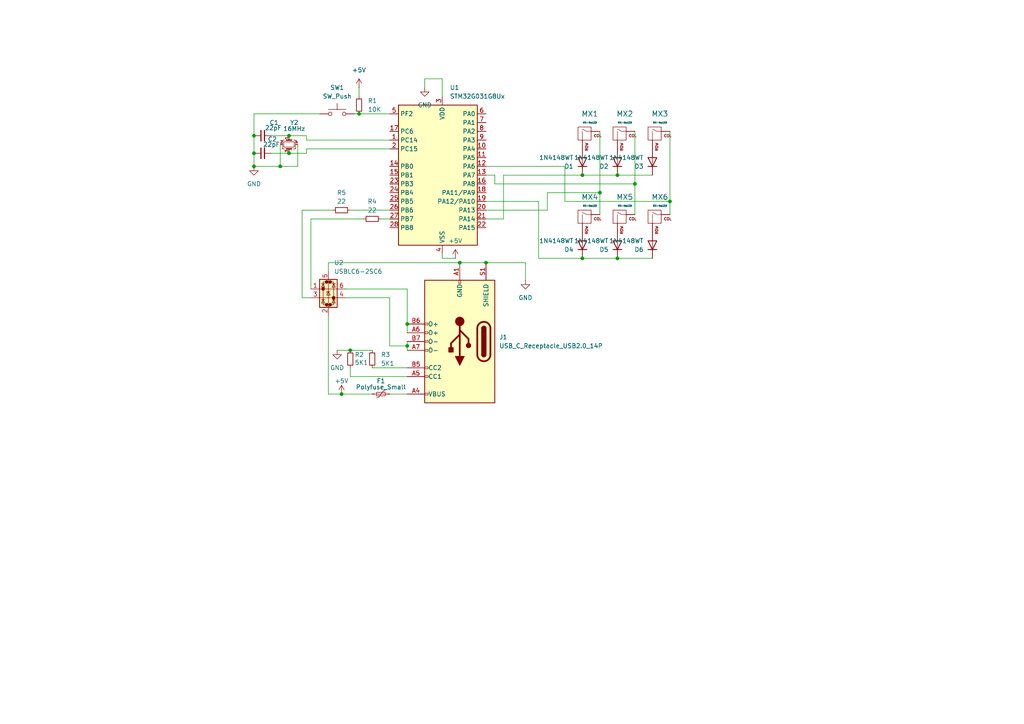
<source format=kicad_sch>
(kicad_sch (version 20231120) (generator "eeschema") (generator_version "8.0")
  (paper "A4")
  (title_block (title "keypad") (date "2024-12-22") (rev "1.0"))
  (lib_symbols
    (symbol "Connector:USB_C_Receptacle_USB2.0_14P" (pin_names (offset 1.016))
      (property "Reference" "J" (at 0 22.225 0))
      (property "Value" "USB_C_Receptacle_USB2.0_14P" (at 0 19.685 0))
      (symbol "USB_C_Receptacle_USB2.0_14P_0_0"
        (rectangle (start -0.254 -17.78) (end 0.254 -16.764))
        (rectangle (start 10.16 -4.826) (end 9.144 -5.334))
        (rectangle (start 10.16 -2.286) (end 9.144 -2.794))
        (rectangle (start 10.16 0.254) (end 9.144 -0.254))
        (rectangle (start 10.16 2.794) (end 9.144 2.286))
        (rectangle (start 10.16 7.874) (end 9.144 7.366))
        (rectangle (start 10.16 10.414) (end 9.144 9.906))
        (rectangle (start 10.16 15.494) (end 9.144 14.986))
      )
      (symbol "USB_C_Receptacle_USB2.0_14P_0_1"
        (rectangle (start -10.16 17.78) (end 10.16 -17.78) (stroke (width 0.254)) (fill (type background)))
        (arc (start -8.89 -3.81) (mid -6.985 -5.7067) (end -5.08 -3.81) (stroke (width 0.508)))
        (arc (start -7.62 -3.81) (mid -6.985 -4.4423) (end -6.35 -3.81) (stroke (width 0.254)))
        (arc (start -7.62 -3.81) (mid -6.985 -4.4423) (end -6.35 -3.81) (stroke (width 0.254)) (fill (type outline)))
        (rectangle (start -7.62 -3.81) (end -6.35 3.81) (stroke (width 0.254)) (fill (type outline)))
        (arc (start -6.35 3.81) (mid -6.985 4.4423) (end -7.62 3.81) (stroke (width 0.254)))
        (arc (start -6.35 3.81) (mid -6.985 4.4423) (end -7.62 3.81) (stroke (width 0.254)) (fill (type outline)))
        (arc (start -5.08 3.81) (mid -6.985 5.7067) (end -8.89 3.81) (stroke (width 0.508)))
        (circle (center -2.54 1.143) (radius 0.635) (stroke (width 0.254)) (fill (type outline)))
        (circle (center 0 -5.842) (radius 1.27) (fill (type outline)))
        (polyline (pts (xy -8.89 -3.81) (xy -8.89 3.81)) (stroke (width 0.508)))
        (polyline (pts (xy -5.08 3.81) (xy -5.08 -3.81)) (stroke (width 0.508)))
        (polyline (pts (xy 0 -5.842) (xy 0 4.318)) (stroke (width 0.508)))
        (polyline (pts (xy 0 -3.302) (xy -2.54 -0.762) (xy -2.54 0.508)) (stroke (width 0.508)))
        (polyline (pts (xy 0 -2.032) (xy 2.54 0.508) (xy 2.54 1.778)) (stroke (width 0.508)))
        (polyline (pts (xy -1.27 4.318) (xy 0 6.858) (xy 1.27 4.318) (xy -1.27 4.318)) (stroke (width 0.254)) (fill (type outline)))
        (rectangle (start 1.905 1.778) (end 3.175 3.048) (stroke (width 0.254)) (fill (type outline)))
      )
      (symbol "USB_C_Receptacle_USB2.0_14P_1_1"
        (pin passive line (at 0 -22.86 90) (length 5.08) (name "GND") (number "A1"))
        (pin passive line (at 0 -22.86 90) (length 5.08) hide (name "GND") (number "A12"))
        (pin passive line (at 15.24 15.24 180) (length 5.08) (name "VBUS") (number "A4"))
        (pin bidirectional line (at 15.24 10.16 180) (length 5.08) (name "CC1") (number "A5"))
        (pin bidirectional line (at 15.24 -2.54 180) (length 5.08) (name "D+") (number "A6"))
        (pin bidirectional line (at 15.24 2.54 180) (length 5.08) (name "D-") (number "A7"))
        (pin passive line (at 15.24 15.24 180) (length 5.08) hide (name "VBUS") (number "A9"))
        (pin passive line (at 0 -22.86 90) (length 5.08) hide (name "GND") (number "B1"))
        (pin passive line (at 0 -22.86 90) (length 5.08) hide (name "GND") (number "B12"))
        (pin passive line (at 15.24 15.24 180) (length 5.08) hide (name "VBUS") (number "B4"))
        (pin bidirectional line (at 15.24 7.62 180) (length 5.08) (name "CC2") (number "B5"))
        (pin bidirectional line (at 15.24 -5.08 180) (length 5.08) (name "D+") (number "B6"))
        (pin bidirectional line (at 15.24 0 180) (length 5.08) (name "D-") (number "B7"))
        (pin passive line (at 15.24 15.24 180) (length 5.08) hide (name "VBUS") (number "B9"))
        (pin passive line (at -7.62 -22.86 90) (length 5.08) (name "SHIELD") (number "S1"))
      )
    )
    (symbol "Device:C_Small" (pin_numbers hide) (pin_names (offset 0.254) hide)
      (property "Reference" "C" (at 0.254 1.778 0))
      (property "Value" "C_Small" (at 0.254 -2.032 0))
      (symbol "C_Small_0_1"
        (polyline (pts (xy -1.524 -0.508) (xy 1.524 -0.508)) (stroke (width 0.3302)))
        (polyline (pts (xy -1.524 0.508) (xy 1.524 0.508)) (stroke (width 0.3048)))
      )
      (symbol "C_Small_1_1"
        (pin passive line (at 0 2.54 270) (length 2.032) (name "~") (number "1"))
        (pin passive line (at 0 -2.54 90) (length 2.032) (name "~") (number "2"))
      )
    )
    (symbol "Device:Crystal_GND24_Small" (pin_names (offset 1.016) hide)
      (property "Reference" "Y" (at 1.27 4.445 0))
      (property "Value" "Crystal_GND24_Small" (at 1.27 2.54 0))
      (symbol "Crystal_GND24_Small_0_1"
        (rectangle (start -0.762 -1.524) (end 0.762 1.524))
        (polyline (pts (xy -1.27 -0.762) (xy -1.27 0.762)) (stroke (width 0.381)))
        (polyline (pts (xy 1.27 -0.762) (xy 1.27 0.762)) (stroke (width 0.381)))
        (polyline (pts (xy -1.27 -1.27) (xy -1.27 -1.905) (xy 1.27 -1.905) (xy 1.27 -1.27)))
        (polyline (pts (xy -1.27 1.27) (xy -1.27 1.905) (xy 1.27 1.905) (xy 1.27 1.27)))
      )
      (symbol "Crystal_GND24_Small_1_1"
        (pin passive line (at -2.54 0 0) (length 1.27) (name "1") (number "1"))
        (pin passive line (at 0 -2.54 90) (length 0.635) (name "2") (number "2"))
        (pin passive line (at 2.54 0 180) (length 1.27) (name "3") (number "3"))
        (pin passive line (at 0 2.54 270) (length 0.635) (name "4") (number "4"))
      )
    )
    (symbol "Device:Polyfuse_Small" (pin_numbers hide) (pin_names (offset 0))
      (property "Reference" "F" (at -1.905 0 90))
      (property "Value" "Polyfuse_Small" (at 1.905 0 90))
      (symbol "Polyfuse_Small_0_1"
        (rectangle (start -0.508 1.27) (end 0.508 -1.27))
        (polyline (pts (xy 0 2.54) (xy 0 -2.54)))
        (polyline (pts (xy -1.016 1.27) (xy -1.016 0.762) (xy 1.016 -0.762) (xy 1.016 -1.27)))
      )
      (symbol "Polyfuse_Small_1_1"
        (pin passive line (at 0 2.54 270) (length 0.635) (name "~") (number "1"))
        (pin passive line (at 0 -2.54 90) (length 0.635) (name "~") (number "2"))
      )
    )
    (symbol "Device:R_Small" (pin_numbers hide) (pin_names (offset 0.254) hide)
      (property "Reference" "R" (at 0.762 0.508 0))
      (property "Value" "R_Small" (at 0.762 -1.016 0))
      (symbol "R_Small_0_1"
        (rectangle (start -0.762 1.778) (end 0.762 -1.778) (stroke (width 0.2032)))
      )
      (symbol "R_Small_1_1"
        (pin passive line (at 0 2.54 270) (length 0.762) (name "~") (number "1"))
        (pin passive line (at 0 -2.54 90) (length 0.762) (name "~") (number "2"))
      )
    )
    (symbol "Diode:1N4148WT" (pin_numbers hide) (pin_names hide)
      (property "Reference" "D" (at 0 2.54 0))
      (property "Value" "1N4148WT" (at 0 -2.54 0))
      (symbol "1N4148WT_0_1"
        (polyline (pts (xy -1.27 1.27) (xy -1.27 -1.27)) (stroke (width 0.254)))
        (polyline (pts (xy 1.27 0) (xy -1.27 0)))
        (polyline (pts (xy 1.27 1.27) (xy 1.27 -1.27) (xy -1.27 0) (xy 1.27 1.27)) (stroke (width 0.254)))
      )
      (symbol "1N4148WT_1_1"
        (pin passive line (at -3.81 0 0) (length 2.54) (name "K") (number "1"))
        (pin passive line (at 3.81 0 180) (length 2.54) (name "A") (number "2"))
      )
    )
    (symbol "MCU_ST_STM32G0:STM32G031G8Ux"
      (property "Reference" "U" (at -10.16 21.59 0))
      (property "Value" "STM32G031G8Ux" (at 5.08 21.59 0))
      (symbol "STM32G031G8Ux_0_1"
        (rectangle (start -10.16 -20.32) (end 12.7 20.32) (stroke (width 0.254)) (fill (type background)))
      )
      (symbol "STM32G031G8Ux_1_1"
        (pin bidirectional line (at -12.7 10.16 0) (length 2.54) (name "PC14") (number "1"))
        (pin bidirectional line (at 15.24 7.62 180) (length 2.54) (name "PA4") (number "10"))
        (pin bidirectional line (at 15.24 5.08 180) (length 2.54) (name "PA5") (number "11"))
        (pin bidirectional line (at 15.24 2.54 180) (length 2.54) (name "PA6") (number "12"))
        (pin bidirectional line (at 15.24 0 180) (length 2.54) (name "PA7") (number "13"))
        (pin bidirectional line (at -12.7 2.54 0) (length 2.54) (name "PB0") (number "14"))
        (pin bidirectional line (at -12.7 0 0) (length 2.54) (name "PB1") (number "15"))
        (pin bidirectional line (at 15.24 -2.54 180) (length 2.54) (name "PA8") (number "16"))
        (pin bidirectional line (at -12.7 12.7 0) (length 2.54) (name "PC6") (number "17"))
        (pin bidirectional line (at 15.24 -5.08 180) (length 2.54) (name "PA11/PA9") (number "18"))
        (pin bidirectional line (at 15.24 -7.62 180) (length 2.54) (name "PA12/PA10") (number "19"))
        (pin bidirectional line (at -12.7 7.62 0) (length 2.54) (name "PC15") (number "2"))
        (pin bidirectional line (at 15.24 -10.16 180) (length 2.54) (name "PA13") (number "20"))
        (pin bidirectional line (at 15.24 -12.7 180) (length 2.54) (name "PA14") (number "21"))
        (pin bidirectional line (at 15.24 -15.24 180) (length 2.54) (name "PA15") (number "22"))
        (pin bidirectional line (at -12.7 -2.54 0) (length 2.54) (name "PB3") (number "23"))
        (pin bidirectional line (at -12.7 -5.08 0) (length 2.54) (name "PB4") (number "24"))
        (pin bidirectional line (at -12.7 -7.62 0) (length 2.54) (name "PB5") (number "25"))
        (pin bidirectional line (at -12.7 -10.16 0) (length 2.54) (name "PB6") (number "26"))
        (pin bidirectional line (at -12.7 -12.7 0) (length 2.54) (name "PB7") (number "27"))
        (pin bidirectional line (at -12.7 -15.24 0) (length 2.54) (name "PB8") (number "28"))
        (pin power_in line (at 2.54 22.86 270) (length 2.54) (name "VDD") (number "3"))
        (pin power_in line (at 2.54 -22.86 90) (length 2.54) (name "VSS") (number "4"))
        (pin bidirectional line (at -12.7 17.78 0) (length 2.54) (name "PF2") (number "5"))
        (pin bidirectional line (at 15.24 17.78 180) (length 2.54) (name "PA0") (number "6"))
        (pin bidirectional line (at 15.24 15.24 180) (length 2.54) (name "PA1") (number "7"))
        (pin bidirectional line (at 15.24 12.7 180) (length 2.54) (name "PA2") (number "8"))
        (pin bidirectional line (at 15.24 10.16 180) (length 2.54) (name "PA3") (number "9"))
      )
    )
    (symbol "MX_Alps_Hybrid:MX-NoLED" (pin_names (offset 1.016))
      (property "Reference" "MX" (at -0.635 3.81 0))
      (property "Value" "MX-NoLED" (at -0.635 1.27 0))
      (symbol "MX-NoLED_0_0"
        (rectangle (start -2.54 2.54) (end 1.27 -1.27))
        (polyline (pts (xy -1.27 -1.27) (xy -1.27 1.27)) (stroke (width 0.127)))
        (polyline (pts (xy 1.27 1.27) (xy 0 1.27) (xy -1.27 1.905)) (stroke (width 0.127)))
        (text "COL" (at 3.175 0 0) (effects (font (size 0.762 0.762))))
        (text "ROW" (at 0 -1.905 900) (effects (font (size 0.762 0.762)) (justify right)))
      )
      (symbol "MX-NoLED_1_1"
        (pin passive line (at 3.81 1.27 180) (length 2.54) (name "COL") (number "1"))
        (pin passive line (at -1.27 -3.81 90) (length 2.54) (name "ROW") (number "2"))
      )
    )
    (symbol "Power_Protection:USBLC6-2SC6" (pin_names hide)
      (property "Reference" "U" (at 0.635 5.715 0))
      (property "Value" "USBLC6-2SC6" (at 0.635 3.81 0))
      (symbol "USBLC6-2SC6_0_0"
        (circle (center -1.524 0) (radius 0.0001) (stroke (width 0.508)))
        (circle (center -0.508 -4.572) (radius 0.0001) (stroke (width 0.508)))
        (circle (center -0.508 2.032) (radius 0.0001) (stroke (width 0.508)))
        (circle (center 0.508 -4.572) (radius 0.0001) (stroke (width 0.508)))
        (circle (center 0.508 2.032) (radius 0.0001) (stroke (width 0.508)))
        (circle (center 1.524 -2.54) (radius 0.0001) (stroke (width 0.508)))
      )
      (symbol "USBLC6-2SC6_0_1"
        (polyline (pts (xy -2.54 -2.54) (xy 2.54 -2.54)))
        (polyline (pts (xy -2.54 0) (xy 2.54 0)))
        (polyline (pts (xy -2.032 -3.048) (xy -1.016 -3.048)))
        (polyline (pts (xy -1.016 1.524) (xy -2.032 1.524)))
        (polyline (pts (xy 1.016 -3.048) (xy 2.032 -3.048)))
        (polyline (pts (xy 1.016 1.524) (xy 2.032 1.524)))
        (polyline (pts (xy -0.508 -1.143) (xy -0.508 -0.762) (xy 0.508 -0.762)))
        (polyline (pts (xy -2.032 0.508) (xy -1.016 0.508) (xy -1.524 1.524) (xy -2.032 0.508)))
        (polyline (pts (xy -1.016 -4.064) (xy -2.032 -4.064) (xy -1.524 -3.048) (xy -1.016 -4.064)))
        (polyline (pts (xy 0.508 -1.778) (xy -0.508 -1.778) (xy 0 -0.762) (xy 0.508 -1.778)))
        (polyline (pts (xy 2.032 -4.064) (xy 1.016 -4.064) (xy 1.524 -3.048) (xy 2.032 -4.064)))
        (polyline (pts (xy 2.032 0.508) (xy 1.016 0.508) (xy 1.524 1.524) (xy 2.032 0.508)))
        (polyline (pts (xy 0 2.54) (xy -0.508 2.032) (xy 0.508 2.032) (xy 0 1.524) (xy 0 -4.064) (xy -0.508 -4.572) (xy 0.508 -4.572) (xy 0 -5.08)))
      )
      (symbol "USBLC6-2SC6_1_1"
        (rectangle (start -2.54 2.794) (end 2.54 -5.334) (stroke (width 0.254)) (fill (type background)))
        (polyline (pts (xy -0.508 2.032) (xy -1.524 2.032) (xy -1.524 -4.572) (xy -0.508 -4.572)))
        (polyline (pts (xy 0.508 -4.572) (xy 1.524 -4.572) (xy 1.524 2.032) (xy 0.508 2.032)))
        (pin passive line (at -5.08 0 0) (length 2.54) (name "I/O1") (number "1"))
        (pin passive line (at 0 -7.62 90) (length 2.54) (name "GND") (number "2"))
        (pin passive line (at -5.08 -2.54 0) (length 2.54) (name "I/O2") (number "3"))
        (pin passive line (at 5.08 -2.54 180) (length 2.54) (name "I/O2") (number "4"))
        (pin passive line (at 0 5.08 270) (length 2.54) (name "VBUS") (number "5"))
        (pin passive line (at 5.08 0 180) (length 2.54) (name "I/O1") (number "6"))
      )
    )
    (symbol "Switch:SW_Push" (pin_numbers hide) (pin_names (offset 1.016) hide)
      (property "Reference" "SW" (at 1.27 2.54 0))
      (property "Value" "SW_Push" (at 0 -1.524 0))
      (symbol "SW_Push_0_1"
        (circle (center -2.032 0) (radius 0.508))
        (polyline (pts (xy 0 1.27) (xy 0 3.048)))
        (polyline (pts (xy 2.54 1.27) (xy -2.54 1.27)))
        (circle (center 2.032 0) (radius 0.508))
        (pin passive line (at -5.08 0 0) (length 2.54) (name "1") (number "1"))
        (pin passive line (at 5.08 0 180) (length 2.54) (name "2") (number "2"))
      )
    )
    (symbol "power:+5V" (power) (pin_numbers hide) (pin_names (offset 0) hide)
      (property "Value" "+5V" (at 0 3.556 0))
      (symbol "+5V_0_1"
        (polyline (pts (xy -0.762 1.27) (xy 0 2.54)))
        (polyline (pts (xy 0 0) (xy 0 2.54)))
        (polyline (pts (xy 0 2.54) (xy 0.762 1.27)))
      )
      (symbol "+5V_1_1"
        (pin power_in line (at 0 0 90) (length 0) (name "~") (number "1"))
      )
    )
    (symbol "power:GND" (power) (pin_numbers hide) (pin_names (offset 0) hide)
      (property "Value" "GND" (at 0 -3.81 0))
      (symbol "GND_0_1"
        (polyline (pts (xy 0 0) (xy 0 -1.27) (xy 1.27 -1.27) (xy 0 -2.54) (xy -1.27 -1.27) (xy 0 -1.27)))
      )
      (symbol "GND_1_1"
        (pin power_in line (at 0 0 270) (length 0) (name "~") (number "1"))
      )
    )
  )
  (junction (at 83.82 44.45))
  (junction (at 194.31 58.42))
  (junction (at 133.35 76.2))
  (junction (at 73.66 39.37))
  (junction (at 118.11 93.98))
  (junction (at 73.66 48.26))
  (junction (at 104.14 33.02))
  (junction (at 140.97 76.2))
  (junction (at 73.66 44.45))
  (junction (at 99.06 114.3))
  (junction (at 168.91 74.93))
  (junction (at 184.15 53.34))
  (junction (at 168.91 50.8))
  (junction (at 101.6 101.6))
  (junction (at 179.07 50.8))
  (junction (at 83.82 39.37))
  (junction (at 179.07 74.93))
  (junction (at 118.11 100.33))
  (junction (at 81.28 48.26))
  (junction (at 173.99 55.88))
  (wire (pts (xy 140.97 76.2) (xy 152.4 76.2)))
  (wire (pts (xy 158.75 55.88) (xy 173.99 55.88)))
  (wire (pts (xy 104.14 25.4) (xy 104.14 27.94)))
  (wire (pts (xy 156.21 58.42) (xy 156.21 74.93)))
  (wire (pts (xy 173.99 38.1) (xy 173.99 55.88)))
  (wire (pts (xy 83.82 44.45) (xy 88.9 44.45)))
  (wire (pts (xy 152.4 76.2) (xy 152.4 81.28)))
  (wire (pts (xy 118.11 93.98) (xy 118.11 96.52)))
  (wire (pts (xy 163.83 48.26) (xy 163.83 58.42)))
  (wire (pts (xy 113.03 114.3) (xy 118.11 114.3)))
  (wire (pts (xy 95.25 76.2) (xy 133.35 76.2)))
  (wire (pts (xy 92.71 33.02) (xy 73.66 33.02)))
  (wire (pts (xy 102.87 33.02) (xy 104.14 33.02)))
  (wire (pts (xy 146.05 63.5) (xy 140.97 63.5)))
  (wire (pts (xy 128.27 74.93) (xy 132.08 74.93)))
  (wire (pts (xy 81.28 48.26) (xy 81.28 41.91)))
  (wire (pts (xy 78.74 44.45) (xy 83.82 44.45)))
  (wire (pts (xy 194.31 58.42) (xy 194.31 38.1)))
  (wire (pts (xy 90.17 63.5) (xy 105.41 63.5)))
  (wire (pts (xy 101.6 60.96) (xy 113.03 60.96)))
  (wire (pts (xy 104.14 33.02) (xy 113.03 33.02)))
  (wire (pts (xy 86.36 41.91) (xy 86.36 48.26)))
  (wire (pts (xy 88.9 40.64) (xy 113.03 40.64)))
  (wire (pts (xy 118.11 83.82) (xy 100.33 83.82)))
  (wire (pts (xy 143.51 50.8) (xy 143.51 53.34)))
  (wire (pts (xy 179.07 74.93) (xy 168.91 74.93)))
  (wire (pts (xy 118.11 99.06) (xy 118.11 100.33)))
  (wire (pts (xy 88.9 43.18) (xy 113.03 43.18)))
  (wire (pts (xy 189.23 74.93) (xy 179.07 74.93)))
  (wire (pts (xy 128.27 73.66) (xy 128.27 74.93)))
  (wire (pts (xy 101.6 101.6) (xy 107.95 101.6)))
  (wire (pts (xy 140.97 50.8) (xy 143.51 50.8)))
  (wire (pts (xy 107.95 106.68) (xy 118.11 106.68)))
  (wire (pts (xy 88.9 43.18) (xy 88.9 44.45)))
  (wire (pts (xy 73.66 39.37) (xy 73.66 44.45)))
  (wire (pts (xy 173.99 55.88) (xy 173.99 62.23)))
  (wire (pts (xy 143.51 53.34) (xy 184.15 53.34)))
  (wire (pts (xy 87.63 60.96) (xy 96.52 60.96)))
  (wire (pts (xy 123.19 22.86) (xy 123.19 25.4)))
  (wire (pts (xy 133.35 76.2) (xy 140.97 76.2)))
  (wire (pts (xy 95.25 114.3) (xy 95.25 91.44)))
  (wire (pts (xy 90.17 63.5) (xy 90.17 83.82)))
  (wire (pts (xy 101.6 109.22) (xy 101.6 106.68)))
  (wire (pts (xy 128.27 27.94) (xy 128.27 22.86)))
  (wire (pts (xy 118.11 93.98) (xy 118.11 83.82)))
  (wire (pts (xy 189.23 50.8) (xy 179.07 50.8)))
  (wire (pts (xy 99.06 114.3) (xy 107.95 114.3)))
  (wire (pts (xy 140.97 58.42) (xy 156.21 58.42)))
  (wire (pts (xy 73.66 33.02) (xy 73.66 39.37)))
  (wire (pts (xy 158.75 60.96) (xy 158.75 55.88)))
  (wire (pts (xy 194.31 62.23) (xy 194.31 58.42)))
  (wire (pts (xy 73.66 48.26) (xy 81.28 48.26)))
  (wire (pts (xy 168.91 50.8) (xy 179.07 50.8)))
  (wire (pts (xy 73.66 44.45) (xy 73.66 48.26)))
  (wire (pts (xy 146.05 50.8) (xy 168.91 50.8)))
  (wire (pts (xy 113.03 100.33) (xy 118.11 100.33)))
  (wire (pts (xy 118.11 109.22) (xy 101.6 109.22)))
  (wire (pts (xy 163.83 58.42) (xy 194.31 58.42)))
  (wire (pts (xy 156.21 74.93) (xy 168.91 74.93)))
  (wire (pts (xy 128.27 22.86) (xy 123.19 22.86)))
  (wire (pts (xy 184.15 62.23) (xy 184.15 53.34)))
  (wire (pts (xy 86.36 48.26) (xy 81.28 48.26)))
  (wire (pts (xy 146.05 50.8) (xy 146.05 63.5)))
  (wire (pts (xy 83.82 39.37) (xy 88.9 39.37)))
  (wire (pts (xy 97.79 101.6) (xy 101.6 101.6)))
  (wire (pts (xy 78.74 39.37) (xy 83.82 39.37)))
  (wire (pts (xy 140.97 60.96) (xy 158.75 60.96)))
  (wire (pts (xy 140.97 48.26) (xy 163.83 48.26)))
  (wire (pts (xy 87.63 86.36) (xy 90.17 86.36)))
  (wire (pts (xy 88.9 40.64) (xy 88.9 39.37)))
  (wire (pts (xy 95.25 76.2) (xy 95.25 78.74)))
  (wire (pts (xy 99.06 114.3) (xy 95.25 114.3)))
  (wire (pts (xy 100.33 86.36) (xy 113.03 86.36)))
  (wire (pts (xy 113.03 86.36) (xy 113.03 100.33)))
  (wire (pts (xy 87.63 60.96) (xy 87.63 86.36)))
  (wire (pts (xy 110.49 63.5) (xy 113.03 63.5)))
  (wire (pts (xy 118.11 100.33) (xy 118.11 101.6)))
  (wire (pts (xy 184.15 53.34) (xy 184.15 38.1)))
  (symbol (lib_id "Diode:1N4148WT") (at 189.23 46.99 90) (unit 1)
    (property "Reference" "D3" (at 186.69 48.2601 90) (effects (justify left)))
    (property "Value" "1N4148WT" (at 186.69 45.7201 90) (effects (justify left)))
    (property "Footprint" "Diode_SMD:D_SOD-523" (effects (hide yes)))
    (property "Datasheet" "https://www.diodes.com/assets/Datasheets/ds30396.pdf" (effects (hide yes)))
    (property "Description" "75V 0.15A Fast switching Diode, SOD-523" (effects (hide yes)))
    (property "Sim.Device" "D" (effects (hide yes)))
    (property "Sim.Pins" "1=K 2=A" (effects (hide yes)))
  )
  (symbol (lib_id "Device:C_Small") (at 76.2 39.37 90) (unit 1)
    (property "Reference" "C1" (at 79.502 35.56 90))
    (property "Value" "22pF" (at 79.248 37.084 90))
    (property "Footprint" "Capacitor_SMD:C_0805_2012Metric" (effects (hide yes)))
    (property "Description" "Unpolarized capacitor, small symbol" (effects (hide yes)))
  )
  (symbol (lib_id "Switch:SW_Push") (at 97.79 33.02 0) (unit 1)
    (property "Reference" "SW1" (at 97.79 25.4 0))
    (property "Value" "SW_Push" (at 97.79 27.94 0))
    (property "Footprint" "Button_Switch_SMD:SW_Push_1P1T_NO_6x6mm_H9.5mm" (effects (hide yes)))
    (property "Description" "Push button switch, generic, two pins" (effects (hide yes)))
  )
  (symbol (lib_id "MCU_ST_STM32G0:STM32G031G8Ux") (at 125.73 50.8 0) (unit 1)
    (property "Reference" "U1" (at 130.4641 25.4 0) (effects (justify left)))
    (property "Value" "STM32G031G8Ux" (at 130.4641 27.94 0) (effects (justify left)))
    (property "Footprint" "Package_DFN_QFN:QFN-28_4x4mm_P0.5mm" (effects (hide yes)))
    (property "Datasheet" "https://www.st.com/resource/en/datasheet/stm32g031g8.pdf" (effects (hide yes)))
    (property "Description" "STMicroelectronics Arm Cortex-M0+ MCU, 64KB flash, 8KB RAM, 64 MHz, 1.7-3.6V, 26 GPIO, UFQFPN28" (effects (hide yes)))
  )
  (symbol (lib_id "Diode:1N4148WT") (at 179.07 46.99 90) (unit 1)
    (property "Reference" "D2" (at 176.53 48.2601 90) (effects (justify left)))
    (property "Value" "1N4148WT" (at 176.53 45.7201 90) (effects (justify left)))
    (property "Footprint" "Diode_SMD:D_SOD-523" (effects (hide yes)))
    (property "Datasheet" "https://www.diodes.com/assets/Datasheets/ds30396.pdf" (effects (hide yes)))
    (property "Description" "75V 0.15A Fast switching Diode, SOD-523" (effects (hide yes)))
    (property "Sim.Device" "D" (effects (hide yes)))
    (property "Sim.Pins" "1=K 2=A" (effects (hide yes)))
  )
  (symbol (lib_id "power:GND") (at 97.79 101.6 0) (unit 1)
    (property "Reference" "#PWR04" (effects (hide yes)))
    (property "Value" "GND" (at 97.79 106.68 0))
    (property "Description" "Power symbol creates a global label with name \"GND\" , ground" (effects (hide yes)))
  )
  (symbol (lib_id "Device:Crystal_GND24_Small") (at 83.82 41.91 270) (unit 1)
    (property "Reference" "Y2" (at 85.344 35.56 90))
    (property "Value" "16MHz" (at 85.344 37.338 90))
    (property "Footprint" "Crystal:Crystal_SMD_3225-4Pin_3.2x2.5mm" (effects (hide yes)))
    (property "Description" "Four pin crystal, GND on pins 2 and 4, small symbol" (effects (hide yes)))
  )
  (symbol (lib_id "Connector:USB_C_Receptacle_USB2.0_14P") (at 133.35 99.06 180) (unit 1)
    (property "Reference" "J1" (at 144.78 97.7899 0) (effects (justify right)))
    (property "Value" "USB_C_Receptacle_USB2.0_14P" (at 144.78 100.3299 0) (effects (justify right)))
    (property "Footprint" "Connector_USB:USB_C_Receptacle_GCT_USB4105-xx-A_16P_TopMnt_Horizontal" (effects (hide yes)))
    (property "Datasheet" "https://www.usb.org/sites/default/files/documents/usb_type-c.zip" (effects (hide yes)))
    (property "Description" "USB 2.0-only 14P Type-C Receptacle connector" (effects (hide yes)))
  )
  (symbol (lib_id "Device:R_Small") (at 101.6 104.14 0) (unit 1)
    (property "Reference" "R2" (at 102.87 102.87 0) (effects (justify left)))
    (property "Value" "5K1" (at 102.87 105.156 0) (effects (justify left)))
    (property "Footprint" "Resistor_SMD:R_0805_2012Metric" (effects (hide yes)))
    (property "Description" "Resistor, small symbol" (effects (hide yes)))
  )
  (symbol (lib_id "power:GND") (at 152.4 81.28 0) (unit 1)
    (property "Reference" "#PWR07" (effects (hide yes)))
    (property "Value" "GND" (at 152.4 86.36 0))
    (property "Description" "Power symbol creates a global label with name \"GND\" , ground" (effects (hide yes)))
  )
  (symbol (lib_id "MX_Alps_Hybrid:MX-NoLED") (at 170.18 63.5 0) (unit 1)
    (property "Reference" "MX4" (at 171.0752 57.15 0) (effects (font (size 1.524 1.524))))
    (property "Value" "MX-NoLED" (at 171.0752 59.69 0) (effects (font (size 0.508 0.508))))
    (property "Footprint" "Button_Switch_Keyboard:SW_Cherry_MX_1.00u_PCB" (effects (hide yes)))
  )
  (symbol (lib_id "MX_Alps_Hybrid:MX-NoLED") (at 180.34 63.5 0) (unit 1)
    (property "Reference" "MX5" (at 181.2352 57.15 0) (effects (font (size 1.524 1.524))))
    (property "Value" "MX-NoLED" (at 181.2352 59.69 0) (effects (font (size 0.508 0.508))))
    (property "Footprint" "Button_Switch_Keyboard:SW_Cherry_MX_1.00u_PCB" (effects (hide yes)))
  )
  (symbol (lib_id "power:GND") (at 73.66 48.26 0) (unit 1)
    (property "Reference" "#PWR01" (effects (hide yes)))
    (property "Value" "GND" (at 73.66 53.34 0))
    (property "Description" "Power symbol creates a global label with name \"GND\" , ground" (effects (hide yes)))
  )
  (symbol (lib_id "Diode:1N4148WT") (at 189.23 71.12 90) (unit 1)
    (property "Reference" "D6" (at 186.69 72.3901 90) (effects (justify left)))
    (property "Value" "1N4148WT" (at 186.69 69.8501 90) (effects (justify left)))
    (property "Footprint" "Diode_SMD:D_SOD-523" (effects (hide yes)))
    (property "Datasheet" "https://www.diodes.com/assets/Datasheets/ds30396.pdf" (effects (hide yes)))
    (property "Description" "75V 0.15A Fast switching Diode, SOD-523" (effects (hide yes)))
    (property "Sim.Device" "D" (effects (hide yes)))
    (property "Sim.Pins" "1=K 2=A" (effects (hide yes)))
  )
  (symbol (lib_id "MX_Alps_Hybrid:MX-NoLED") (at 170.18 39.37 0) (unit 1)
    (property "Reference" "MX1" (at 171.0752 33.02 0) (effects (font (size 1.524 1.524))))
    (property "Value" "MX-NoLED" (at 171.0752 35.56 0) (effects (font (size 0.508 0.508))))
    (property "Footprint" "Button_Switch_Keyboard:SW_Cherry_MX_1.00u_PCB" (effects (hide yes)))
  )
  (symbol (lib_id "MX_Alps_Hybrid:MX-NoLED") (at 190.5 63.5 0) (unit 1)
    (property "Reference" "MX6" (at 191.3952 57.15 0) (effects (font (size 1.524 1.524))))
    (property "Value" "MX-NoLED" (at 191.3952 59.69 0) (effects (font (size 0.508 0.508))))
    (property "Footprint" "Button_Switch_Keyboard:SW_Cherry_MX_1.00u_PCB" (effects (hide yes)))
  )
  (symbol (lib_id "power:+5V") (at 104.14 25.4 0) (unit 1)
    (property "Reference" "#PWR02" (effects (hide yes)))
    (property "Value" "+5V" (at 104.14 20.32 0))
    (property "Description" "Power symbol creates a global label with name \"+5V\"" (effects (hide yes)))
  )
  (symbol (lib_id "Device:R_Small") (at 107.95 104.14 0) (unit 1)
    (property "Reference" "R3" (at 110.49 102.8699 0) (effects (justify left)))
    (property "Value" "5K1" (at 110.49 105.4099 0) (effects (justify left)))
    (property "Footprint" "Resistor_SMD:R_0805_2012Metric" (effects (hide yes)))
    (property "Description" "Resistor, small symbol" (effects (hide yes)))
  )
  (symbol (lib_id "Device:R_Small") (at 107.95 63.5 90) (unit 1)
    (property "Reference" "R4" (at 107.95 58.42 90))
    (property "Value" "22" (at 107.95 60.96 90))
    (property "Footprint" "Resistor_SMD:R_0805_2012Metric" (effects (hide yes)))
    (property "Description" "Resistor, small symbol" (effects (hide yes)))
  )
  (symbol (lib_id "Device:R_Small") (at 104.14 30.48 0) (unit 1)
    (property "Reference" "R1" (at 106.68 29.2099 0) (effects (justify left)))
    (property "Value" "10K" (at 106.68 31.7499 0) (effects (justify left)))
    (property "Footprint" "Resistor_SMD:R_0805_2012Metric" (effects (hide yes)))
    (property "Description" "Resistor, small symbol" (effects (hide yes)))
  )
  (symbol (lib_id "power:+5V") (at 132.08 74.93 0) (unit 1)
    (property "Reference" "#PWR05" (effects (hide yes)))
    (property "Value" "+5V" (at 132.08 69.85 0))
    (property "Description" "Power symbol creates a global label with name \"+5V\"" (effects (hide yes)))
  )
  (symbol (lib_id "Device:Polyfuse_Small") (at 110.49 114.3 90) (unit 1)
    (property "Reference" "F1" (at 110.49 110.49 90))
    (property "Value" "Polyfuse_Small" (at 110.49 112.268 90))
    (property "Footprint" "other_components:PF0805" (effects (hide yes)))
    (property "Description" "Resettable fuse, polymeric positive temperature coefficient, small symbol" (effects (hide yes)))
  )
  (symbol (lib_id "Device:C_Small") (at 76.2 44.45 90) (unit 1)
    (property "Reference" "C2" (at 78.994 40.386 90))
    (property "Value" "22pF" (at 78.74 41.91 90))
    (property "Footprint" "Capacitor_SMD:C_0805_2012Metric" (effects (hide yes)))
    (property "Description" "Unpolarized capacitor, small symbol" (effects (hide yes)))
  )
  (symbol (lib_id "Diode:1N4148WT") (at 168.91 71.12 90) (unit 1)
    (property "Reference" "D4" (at 166.37 72.3901 90) (effects (justify left)))
    (property "Value" "1N4148WT" (at 166.37 69.8501 90) (effects (justify left)))
    (property "Footprint" "Diode_SMD:D_SOD-523" (effects (hide yes)))
    (property "Datasheet" "https://www.diodes.com/assets/Datasheets/ds30396.pdf" (effects (hide yes)))
    (property "Description" "75V 0.15A Fast switching Diode, SOD-523" (effects (hide yes)))
    (property "Sim.Device" "D" (effects (hide yes)))
    (property "Sim.Pins" "1=K 2=A" (effects (hide yes)))
  )
  (symbol (lib_id "power:GND") (at 123.19 25.4 0) (unit 1)
    (property "Reference" "#PWR06" (effects (hide yes)))
    (property "Value" "GND" (at 123.19 30.48 0))
    (property "Description" "Power symbol creates a global label with name \"GND\" , ground" (effects (hide yes)))
  )
  (symbol (lib_id "MX_Alps_Hybrid:MX-NoLED") (at 190.5 39.37 0) (unit 1)
    (property "Reference" "MX3" (at 191.3952 33.02 0) (effects (font (size 1.524 1.524))))
    (property "Value" "MX-NoLED" (at 191.3952 35.56 0) (effects (font (size 0.508 0.508))))
    (property "Footprint" "Button_Switch_Keyboard:SW_Cherry_MX_1.00u_PCB" (effects (hide yes)))
  )
  (symbol (lib_id "Device:R_Small") (at 99.06 60.96 90) (unit 1)
    (property "Reference" "R5" (at 99.06 55.88 90))
    (property "Value" "22" (at 99.06 58.42 90))
    (property "Footprint" "Resistor_SMD:R_0805_2012Metric" (effects (hide yes)))
    (property "Description" "Resistor, small symbol" (effects (hide yes)))
  )
  (symbol (lib_id "power:+5V") (at 99.06 114.3 0) (unit 1)
    (property "Reference" "#PWR03" (effects (hide yes)))
    (property "Value" "+5V" (at 99.06 110.49 0))
    (property "Description" "Power symbol creates a global label with name \"+5V\"" (effects (hide yes)))
  )
  (symbol (lib_id "Diode:1N4148WT") (at 168.91 46.99 90) (unit 1)
    (property "Reference" "D1" (at 166.37 48.2601 90) (effects (justify left)))
    (property "Value" "1N4148WT" (at 166.37 45.7201 90) (effects (justify left)))
    (property "Footprint" "Diode_SMD:D_SOD-523" (effects (hide yes)))
    (property "Datasheet" "https://www.diodes.com/assets/Datasheets/ds30396.pdf" (effects (hide yes)))
    (property "Description" "75V 0.15A Fast switching Diode, SOD-523" (effects (hide yes)))
    (property "Sim.Device" "D" (effects (hide yes)))
    (property "Sim.Pins" "1=K 2=A" (effects (hide yes)))
  )
  (symbol (lib_id "Diode:1N4148WT") (at 179.07 71.12 90) (unit 1)
    (property "Reference" "D5" (at 176.53 72.3901 90) (effects (justify left)))
    (property "Value" "1N4148WT" (at 176.53 69.8501 90) (effects (justify left)))
    (property "Footprint" "Diode_SMD:D_SOD-523" (effects (hide yes)))
    (property "Datasheet" "https://www.diodes.com/assets/Datasheets/ds30396.pdf" (effects (hide yes)))
    (property "Description" "75V 0.15A Fast switching Diode, SOD-523" (effects (hide yes)))
    (property "Sim.Device" "D" (effects (hide yes)))
    (property "Sim.Pins" "1=K 2=A" (effects (hide yes)))
  )
  (symbol (lib_id "Power_Protection:USBLC6-2SC6") (at 95.25 83.82 0) (unit 1)
    (property "Reference" "U2" (at 96.9011 76.2 0) (effects (justify left)))
    (property "Value" "USBLC6-2SC6" (at 96.9011 78.74 0) (effects (justify left)))
    (property "Footprint" "Package_TO_SOT_SMD:SOT-23-6" (effects (hide yes)))
    (property "Datasheet" "https://www.st.com/resource/en/datasheet/usblc6-2.pdf" (effects (hide yes)))
    (property "Description" "Very low capacitance ESD protection diode, 2 data-line, SOT-23-6" (effects (hide yes)))
  )
  (symbol (lib_id "MX_Alps_Hybrid:MX-NoLED") (at 180.34 39.37 0) (unit 1)
    (property "Reference" "MX2" (at 181.2352 33.02 0) (effects (font (size 1.524 1.524))))
    (property "Value" "MX-NoLED" (at 181.2352 35.56 0) (effects (font (size 0.508 0.508))))
    (property "Footprint" "Button_Switch_Keyboard:SW_Cherry_MX_1.00u_PCB" (effects (hide yes)))
  )
)
</source>
